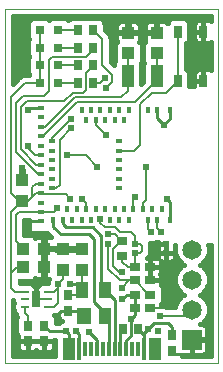
<source format=gtl>
G75*
%MOIN*%
%OFA0B0*%
%FSLAX25Y25*%
%IPPOS*%
%LPD*%
%AMOC8*
5,1,8,0,0,1.08239X$1,22.5*
%
%ADD10C,0.00000*%
%ADD11R,0.04252X0.04134*%
%ADD12R,0.04134X0.04252*%
%ADD13R,0.02913X0.03642*%
%ADD14R,0.03642X0.02913*%
%ADD15R,0.04331X0.07480*%
%ADD16R,0.01181X0.07480*%
%ADD17R,0.01181X0.05118*%
%ADD18R,0.06500X0.06500*%
%ADD19C,0.06500*%
%ADD20R,0.03937X0.05669*%
%ADD21R,0.04724X0.05669*%
%ADD22R,0.03150X0.03150*%
%ADD23R,0.03543X0.02756*%
%ADD24R,0.02756X0.03543*%
%ADD25R,0.02559X0.04134*%
%ADD26R,0.02165X0.02165*%
%ADD27R,0.01575X0.02362*%
%ADD28R,0.02362X0.01575*%
%ADD29R,0.02559X0.00984*%
%ADD30R,0.03150X0.05512*%
%ADD31C,0.01600*%
%ADD32C,0.02400*%
%ADD33C,0.01000*%
%ADD34C,0.00800*%
%ADD35C,0.00600*%
D10*
X0029754Y0037982D02*
X0029754Y0156093D01*
X0100620Y0156093D01*
X0100620Y0037982D01*
X0029754Y0037982D01*
D11*
X0049046Y0069183D03*
X0049046Y0076073D03*
X0055345Y0076073D03*
X0055345Y0069183D03*
X0035266Y0092018D03*
X0035266Y0098907D03*
X0070699Y0141230D03*
X0070699Y0148120D03*
X0080148Y0148120D03*
X0080148Y0141230D03*
D12*
X0042648Y0076171D03*
X0042648Y0069872D03*
X0035758Y0069872D03*
X0035758Y0076171D03*
D13*
X0050620Y0060620D03*
X0050620Y0055502D03*
X0042746Y0050384D03*
X0042746Y0045266D03*
X0037235Y0045266D03*
X0037235Y0050384D03*
X0085266Y0047234D03*
X0085266Y0042116D03*
D14*
X0077983Y0056486D03*
X0077983Y0060817D03*
X0077983Y0065541D03*
X0077983Y0069872D03*
X0072864Y0069872D03*
X0072864Y0065541D03*
X0072864Y0060817D03*
X0072864Y0056486D03*
D15*
X0079518Y0042785D03*
X0050857Y0042785D03*
X0070502Y0133652D03*
X0080345Y0133652D03*
D16*
X0076014Y0042785D03*
X0054361Y0042785D03*
D17*
X0056329Y0042785D03*
X0058298Y0042785D03*
X0060266Y0042785D03*
X0062235Y0042785D03*
X0064203Y0042785D03*
X0066172Y0042785D03*
X0068140Y0042785D03*
X0070109Y0042785D03*
X0072077Y0042785D03*
X0074046Y0042785D03*
D18*
X0091959Y0045856D03*
D19*
X0091959Y0055856D03*
X0091959Y0065856D03*
X0091959Y0075856D03*
D20*
X0062825Y0062392D03*
X0055345Y0062392D03*
X0062825Y0053730D03*
D21*
X0056132Y0053730D03*
D22*
X0047471Y0131289D03*
X0047471Y0137195D03*
X0047471Y0143100D03*
X0047471Y0149006D03*
X0041172Y0149006D03*
X0041172Y0143100D03*
X0041172Y0137195D03*
X0041172Y0131289D03*
D23*
X0068731Y0078730D03*
X0068731Y0073612D03*
D24*
X0068927Y0049400D03*
X0074046Y0049400D03*
X0059085Y0131289D03*
X0053967Y0131289D03*
X0053967Y0137195D03*
X0059085Y0137195D03*
X0059085Y0143100D03*
X0053967Y0143100D03*
X0053967Y0149006D03*
X0059085Y0149006D03*
D25*
X0087333Y0148514D03*
X0095798Y0148514D03*
X0095798Y0132175D03*
X0087333Y0132175D03*
D26*
X0083396Y0077648D03*
X0083396Y0074695D03*
X0072963Y0074695D03*
X0072963Y0077648D03*
D27*
X0070896Y0085817D03*
X0067746Y0085817D03*
X0064597Y0085817D03*
X0066172Y0089360D03*
X0069321Y0089360D03*
X0072471Y0089360D03*
X0075620Y0089360D03*
X0077195Y0085817D03*
X0080345Y0085817D03*
X0081920Y0089360D03*
X0078770Y0089360D03*
X0084675Y0085817D03*
X0063022Y0089360D03*
X0059872Y0089360D03*
X0056723Y0089360D03*
X0058298Y0085817D03*
X0055148Y0085817D03*
X0051998Y0085817D03*
X0048849Y0085817D03*
X0045699Y0085817D03*
X0050423Y0089360D03*
X0053573Y0089360D03*
X0056723Y0118888D03*
X0059872Y0118888D03*
X0063022Y0118888D03*
X0066172Y0118888D03*
X0069321Y0118888D03*
X0067746Y0122431D03*
X0064597Y0122431D03*
X0061447Y0122431D03*
X0058298Y0122431D03*
X0055148Y0122431D03*
X0070896Y0122431D03*
X0077195Y0122431D03*
X0080345Y0122431D03*
X0084675Y0122431D03*
D28*
X0067746Y0111998D03*
X0067746Y0108848D03*
X0067746Y0105699D03*
X0067746Y0102549D03*
X0067746Y0099400D03*
X0067746Y0096250D03*
X0045305Y0096250D03*
X0045305Y0099400D03*
X0045305Y0102549D03*
X0045305Y0105699D03*
X0045305Y0108848D03*
X0045305Y0111998D03*
X0041762Y0110423D03*
X0041762Y0107274D03*
X0041762Y0104124D03*
X0041762Y0100974D03*
X0041762Y0097825D03*
X0041762Y0094675D03*
X0041762Y0091526D03*
X0041762Y0088376D03*
X0041762Y0085226D03*
X0041762Y0113573D03*
X0041762Y0116722D03*
X0041762Y0119872D03*
X0041762Y0123022D03*
D29*
X0043829Y0061801D03*
X0043829Y0059242D03*
X0043829Y0056683D03*
X0036152Y0056683D03*
X0036152Y0059242D03*
X0036152Y0061801D03*
D30*
X0039990Y0059242D03*
D31*
X0039990Y0063798D01*
X0039321Y0063798D01*
X0038791Y0064328D01*
X0037909Y0064693D01*
X0034523Y0064693D01*
X0034523Y0065346D01*
X0038302Y0065346D01*
X0039185Y0065711D01*
X0039668Y0066195D01*
X0039886Y0066069D01*
X0040344Y0065946D01*
X0042414Y0065946D01*
X0042414Y0069638D01*
X0042881Y0069638D01*
X0042881Y0065946D01*
X0044231Y0065946D01*
X0043871Y0065076D01*
X0043871Y0064693D01*
X0042072Y0064693D01*
X0041190Y0064328D01*
X0040660Y0063798D01*
X0039990Y0063798D01*
X0039990Y0059242D01*
X0039990Y0059242D01*
X0039990Y0060361D02*
X0039990Y0060361D01*
X0039990Y0061960D02*
X0039990Y0061960D01*
X0039990Y0063558D02*
X0039990Y0063558D01*
X0042414Y0066755D02*
X0042881Y0066755D01*
X0042881Y0068354D02*
X0042414Y0068354D01*
X0042414Y0070106D02*
X0042414Y0075938D01*
X0042881Y0075938D01*
X0042881Y0073798D01*
X0042881Y0070106D01*
X0042414Y0070106D01*
X0042414Y0071551D02*
X0042881Y0071551D01*
X0042881Y0073150D02*
X0042414Y0073150D01*
X0042414Y0074748D02*
X0042881Y0074748D01*
X0042881Y0075938D02*
X0042881Y0076405D01*
X0042414Y0076405D01*
X0042414Y0080097D01*
X0040344Y0080097D01*
X0039886Y0079975D01*
X0039668Y0079849D01*
X0039185Y0080332D01*
X0038302Y0080697D01*
X0036098Y0080697D01*
X0036098Y0085576D01*
X0037628Y0085576D01*
X0037628Y0081289D01*
X0043763Y0081289D01*
X0044056Y0080996D01*
X0044957Y0080096D01*
X0044952Y0080097D01*
X0042881Y0080097D01*
X0042881Y0076405D01*
X0045120Y0076405D01*
X0045120Y0076306D01*
X0048812Y0076306D01*
X0048812Y0075839D01*
X0046515Y0075839D01*
X0046515Y0075938D01*
X0042881Y0075938D01*
X0042881Y0076347D02*
X0045120Y0076347D01*
X0042881Y0077945D02*
X0042414Y0077945D01*
X0042414Y0079544D02*
X0042881Y0079544D01*
X0043910Y0081142D02*
X0036098Y0081142D01*
X0036098Y0082741D02*
X0037628Y0082741D01*
X0037628Y0084339D02*
X0036098Y0084339D01*
X0035499Y0099141D02*
X0035499Y0102293D01*
X0035033Y0102760D01*
X0035033Y0099141D01*
X0035499Y0099141D01*
X0035499Y0100324D02*
X0035033Y0100324D01*
X0035033Y0101923D02*
X0035499Y0101923D01*
X0049279Y0076306D02*
X0055111Y0076306D01*
X0055111Y0075839D01*
X0051419Y0075839D01*
X0049279Y0075839D01*
X0049279Y0076306D01*
X0043904Y0065157D02*
X0034523Y0065157D01*
X0032154Y0059163D02*
X0032472Y0059031D01*
X0032472Y0058273D01*
X0032601Y0057963D01*
X0032472Y0057653D01*
X0032472Y0055714D01*
X0032838Y0054831D01*
X0033352Y0054317D01*
X0033352Y0054256D01*
X0033691Y0053438D01*
X0033378Y0052682D01*
X0033378Y0048086D01*
X0033743Y0047203D01*
X0033978Y0046969D01*
X0033978Y0045266D01*
X0037234Y0045266D01*
X0037234Y0045266D01*
X0033978Y0045266D01*
X0033978Y0043208D01*
X0034100Y0042750D01*
X0034337Y0042340D01*
X0034673Y0042005D01*
X0035083Y0041768D01*
X0035541Y0041645D01*
X0037234Y0041645D01*
X0037234Y0045266D01*
X0037235Y0045266D01*
X0042746Y0045266D01*
X0042746Y0045266D01*
X0040491Y0045266D01*
X0037235Y0045266D01*
X0037235Y0045266D01*
X0037235Y0041645D01*
X0038928Y0041645D01*
X0039386Y0041768D01*
X0039796Y0042005D01*
X0039990Y0042199D01*
X0040184Y0042005D01*
X0040595Y0041768D01*
X0041053Y0041645D01*
X0042746Y0041645D01*
X0042746Y0045266D01*
X0042746Y0045266D01*
X0046003Y0045266D01*
X0046003Y0045712D01*
X0046291Y0045712D01*
X0046291Y0040382D01*
X0032154Y0040382D01*
X0032154Y0059163D01*
X0032154Y0058763D02*
X0032472Y0058763D01*
X0032472Y0057164D02*
X0032154Y0057164D01*
X0032154Y0055566D02*
X0032533Y0055566D01*
X0032154Y0053967D02*
X0033471Y0053967D01*
X0033378Y0052369D02*
X0032154Y0052369D01*
X0032154Y0050770D02*
X0033378Y0050770D01*
X0033378Y0049172D02*
X0032154Y0049172D01*
X0032154Y0047573D02*
X0033590Y0047573D01*
X0033978Y0045975D02*
X0032154Y0045975D01*
X0032154Y0044376D02*
X0033978Y0044376D01*
X0034093Y0042778D02*
X0032154Y0042778D01*
X0032154Y0041179D02*
X0046291Y0041179D01*
X0045308Y0042005D02*
X0045643Y0042340D01*
X0045880Y0042750D01*
X0046003Y0043208D01*
X0046003Y0045266D01*
X0042746Y0045266D01*
X0042746Y0045266D01*
X0042746Y0041645D01*
X0044440Y0041645D01*
X0044898Y0041768D01*
X0045308Y0042005D01*
X0045888Y0042778D02*
X0046291Y0042778D01*
X0046291Y0044376D02*
X0046003Y0044376D01*
X0042746Y0044376D02*
X0042746Y0044376D01*
X0042746Y0042778D02*
X0042746Y0042778D01*
X0037235Y0042778D02*
X0037234Y0042778D01*
X0037234Y0044376D02*
X0037235Y0044376D01*
X0046603Y0052682D02*
X0046238Y0053564D01*
X0045919Y0053883D01*
X0046650Y0053883D01*
X0047364Y0054179D01*
X0047364Y0053444D01*
X0047486Y0052986D01*
X0047723Y0052576D01*
X0048058Y0052241D01*
X0048469Y0052004D01*
X0048557Y0051980D01*
X0047794Y0051664D01*
X0047642Y0051512D01*
X0046603Y0051512D01*
X0046603Y0052682D01*
X0046603Y0052369D02*
X0047930Y0052369D01*
X0047364Y0053967D02*
X0046853Y0053967D01*
X0076987Y0073129D02*
X0077023Y0073165D01*
X0077712Y0073854D01*
X0078123Y0074847D01*
X0078123Y0077496D01*
X0077880Y0078083D01*
X0078895Y0078083D01*
X0079951Y0078520D01*
X0080513Y0078287D01*
X0080513Y0077648D01*
X0082904Y0077648D01*
X0082904Y0077648D01*
X0080513Y0077648D01*
X0080513Y0076328D01*
X0080555Y0076171D01*
X0080513Y0076015D01*
X0080513Y0074695D01*
X0083396Y0074695D01*
X0083396Y0074695D01*
X0083396Y0077352D01*
X0083396Y0077352D01*
X0083396Y0074695D01*
X0086279Y0074695D01*
X0086279Y0076015D01*
X0086237Y0076171D01*
X0086279Y0076328D01*
X0086279Y0077352D01*
X0086463Y0077352D01*
X0086309Y0076980D01*
X0086309Y0074732D01*
X0087169Y0072656D01*
X0088758Y0071066D01*
X0089266Y0070856D01*
X0088758Y0070646D01*
X0087169Y0069057D01*
X0086309Y0066980D01*
X0086309Y0064732D01*
X0087169Y0062656D01*
X0088758Y0061066D01*
X0089266Y0060856D01*
X0088758Y0060646D01*
X0087169Y0059057D01*
X0086309Y0056980D01*
X0086309Y0056530D01*
X0083620Y0056530D01*
X0083368Y0056782D01*
X0082045Y0057330D01*
X0081603Y0057330D01*
X0081603Y0057766D01*
X0081838Y0058001D01*
X0082203Y0058883D01*
X0082203Y0062751D01*
X0081838Y0063633D01*
X0081603Y0063868D01*
X0081603Y0065541D01*
X0077983Y0065541D01*
X0077983Y0065541D01*
X0081603Y0065541D01*
X0081603Y0067235D01*
X0081481Y0067693D01*
X0081473Y0067707D01*
X0081481Y0067721D01*
X0081603Y0068178D01*
X0081603Y0069872D01*
X0081603Y0071566D01*
X0081484Y0072013D01*
X0081618Y0071935D01*
X0082076Y0071812D01*
X0083396Y0071812D01*
X0084716Y0071812D01*
X0085173Y0071935D01*
X0085584Y0072172D01*
X0085919Y0072507D01*
X0086156Y0072917D01*
X0086279Y0073375D01*
X0086279Y0074695D01*
X0083396Y0074695D01*
X0083396Y0074695D01*
X0083396Y0074695D01*
X0083396Y0071812D01*
X0083396Y0074695D01*
X0083396Y0074695D01*
X0080513Y0074695D01*
X0080513Y0073375D01*
X0080633Y0072928D01*
X0080498Y0073006D01*
X0080040Y0073129D01*
X0077983Y0073129D01*
X0077983Y0069872D01*
X0077983Y0069872D01*
X0081603Y0069872D01*
X0077983Y0069872D01*
X0077983Y0065541D01*
X0077982Y0065541D01*
X0077982Y0068798D01*
X0077982Y0069872D01*
X0077983Y0069872D01*
X0077982Y0069872D01*
X0077982Y0073129D01*
X0076987Y0073129D01*
X0077008Y0073150D02*
X0080574Y0073150D01*
X0080513Y0074748D02*
X0078083Y0074748D01*
X0078123Y0076347D02*
X0080513Y0076347D01*
X0080513Y0077945D02*
X0077937Y0077945D01*
X0077023Y0073165D02*
X0077023Y0073165D01*
X0077982Y0071551D02*
X0077983Y0071551D01*
X0077982Y0069953D02*
X0077983Y0069953D01*
X0077982Y0068354D02*
X0077983Y0068354D01*
X0077982Y0066755D02*
X0077983Y0066755D01*
X0081603Y0066755D02*
X0086309Y0066755D01*
X0086309Y0065157D02*
X0081603Y0065157D01*
X0081869Y0063558D02*
X0086795Y0063558D01*
X0087865Y0061960D02*
X0082203Y0061960D01*
X0082203Y0060361D02*
X0088474Y0060361D01*
X0087047Y0058763D02*
X0082154Y0058763D01*
X0082446Y0057164D02*
X0086385Y0057164D01*
X0094652Y0060856D02*
X0095159Y0061066D01*
X0096749Y0062656D01*
X0097609Y0064732D01*
X0097609Y0066980D01*
X0096749Y0069057D01*
X0095159Y0070646D01*
X0094652Y0070856D01*
X0095159Y0071066D01*
X0096749Y0072656D01*
X0097609Y0074732D01*
X0097609Y0076980D01*
X0097455Y0077352D01*
X0098220Y0077352D01*
X0098220Y0040382D01*
X0088523Y0040382D01*
X0088523Y0040806D01*
X0091884Y0040806D01*
X0091884Y0045781D01*
X0092034Y0045781D01*
X0092034Y0040806D01*
X0095446Y0040806D01*
X0095904Y0040929D01*
X0096314Y0041166D01*
X0096649Y0041501D01*
X0096886Y0041912D01*
X0097009Y0042369D01*
X0097009Y0045781D01*
X0092034Y0045781D01*
X0092034Y0045931D01*
X0097009Y0045931D01*
X0097009Y0049343D01*
X0096886Y0049801D01*
X0096649Y0050212D01*
X0096314Y0050547D01*
X0095904Y0050784D01*
X0095446Y0050906D01*
X0094773Y0050906D01*
X0095159Y0051066D01*
X0096749Y0052656D01*
X0097609Y0054732D01*
X0097609Y0056980D01*
X0096749Y0059057D01*
X0095159Y0060646D01*
X0094652Y0060856D01*
X0095444Y0060361D02*
X0098220Y0060361D01*
X0098220Y0058763D02*
X0096870Y0058763D01*
X0097533Y0057164D02*
X0098220Y0057164D01*
X0098220Y0055566D02*
X0097609Y0055566D01*
X0097292Y0053967D02*
X0098220Y0053967D01*
X0098220Y0052369D02*
X0096462Y0052369D01*
X0095927Y0050770D02*
X0098220Y0050770D01*
X0098220Y0049172D02*
X0097009Y0049172D01*
X0097009Y0047573D02*
X0098220Y0047573D01*
X0098220Y0045975D02*
X0097009Y0045975D01*
X0097009Y0044376D02*
X0098220Y0044376D01*
X0098220Y0042778D02*
X0097009Y0042778D01*
X0096328Y0041179D02*
X0098220Y0041179D01*
X0092034Y0041179D02*
X0091884Y0041179D01*
X0091884Y0042778D02*
X0092034Y0042778D01*
X0092034Y0044376D02*
X0091884Y0044376D01*
X0096053Y0061960D02*
X0098220Y0061960D01*
X0098220Y0063558D02*
X0097123Y0063558D01*
X0097609Y0065157D02*
X0098220Y0065157D01*
X0098220Y0066755D02*
X0097609Y0066755D01*
X0097040Y0068354D02*
X0098220Y0068354D01*
X0098220Y0069953D02*
X0095853Y0069953D01*
X0095644Y0071551D02*
X0098220Y0071551D01*
X0098220Y0073150D02*
X0096953Y0073150D01*
X0097609Y0074748D02*
X0098220Y0074748D01*
X0098220Y0076347D02*
X0097609Y0076347D01*
X0088274Y0071551D02*
X0081603Y0071551D01*
X0081603Y0069953D02*
X0088065Y0069953D01*
X0086878Y0068354D02*
X0081603Y0068354D01*
X0083396Y0073150D02*
X0083396Y0073150D01*
X0083396Y0074748D02*
X0083396Y0074748D01*
X0083396Y0076347D02*
X0083396Y0076347D01*
X0086279Y0076347D02*
X0086309Y0076347D01*
X0086279Y0074748D02*
X0086309Y0074748D01*
X0086218Y0073150D02*
X0086965Y0073150D01*
X0091012Y0130502D02*
X0091012Y0134720D01*
X0090647Y0135602D01*
X0090133Y0136116D01*
X0090133Y0144573D01*
X0090647Y0145087D01*
X0091012Y0145969D01*
X0091012Y0151058D01*
X0090647Y0151940D01*
X0089972Y0152615D01*
X0089090Y0152981D01*
X0085576Y0152981D01*
X0084694Y0152615D01*
X0084019Y0151940D01*
X0083735Y0151256D01*
X0083714Y0151292D01*
X0083379Y0151627D01*
X0082969Y0151864D01*
X0082511Y0151987D01*
X0080381Y0151987D01*
X0080381Y0148354D01*
X0079914Y0148354D01*
X0079914Y0151987D01*
X0077785Y0151987D01*
X0077327Y0151864D01*
X0076917Y0151627D01*
X0076582Y0151292D01*
X0076345Y0150882D01*
X0076222Y0150424D01*
X0076222Y0148354D01*
X0079914Y0148354D01*
X0079914Y0147887D01*
X0076222Y0147887D01*
X0076222Y0145816D01*
X0076345Y0145358D01*
X0076471Y0145140D01*
X0075987Y0144657D01*
X0075622Y0143775D01*
X0075622Y0138686D01*
X0075870Y0138087D01*
X0075779Y0137869D01*
X0075779Y0131668D01*
X0075068Y0130956D01*
X0075068Y0137869D01*
X0074977Y0138087D01*
X0075225Y0138686D01*
X0075225Y0143775D01*
X0074860Y0144657D01*
X0074376Y0145140D01*
X0074502Y0145358D01*
X0074625Y0145816D01*
X0074625Y0147887D01*
X0070933Y0147887D01*
X0070933Y0148354D01*
X0070466Y0148354D01*
X0070466Y0151987D01*
X0068336Y0151987D01*
X0067878Y0151864D01*
X0067468Y0151627D01*
X0067133Y0151292D01*
X0066896Y0150882D01*
X0066773Y0150424D01*
X0066773Y0148354D01*
X0070466Y0148354D01*
X0070466Y0147887D01*
X0066773Y0147887D01*
X0066773Y0145816D01*
X0066896Y0145358D01*
X0067022Y0145140D01*
X0066538Y0144657D01*
X0066173Y0143775D01*
X0066173Y0138686D01*
X0066224Y0138563D01*
X0065937Y0137869D01*
X0065937Y0137255D01*
X0064838Y0138355D01*
X0064838Y0146610D01*
X0064411Y0147639D01*
X0062863Y0149188D01*
X0062863Y0151255D01*
X0062497Y0152137D01*
X0061822Y0152812D01*
X0060940Y0153178D01*
X0057230Y0153178D01*
X0056526Y0152886D01*
X0055822Y0153178D01*
X0052111Y0153178D01*
X0051229Y0152812D01*
X0050719Y0152302D01*
X0050405Y0152615D01*
X0049523Y0152981D01*
X0045419Y0152981D01*
X0044536Y0152615D01*
X0044321Y0152400D01*
X0044106Y0152615D01*
X0043224Y0152981D01*
X0039119Y0152981D01*
X0038237Y0152615D01*
X0037562Y0151940D01*
X0037197Y0151058D01*
X0037197Y0146954D01*
X0037562Y0146072D01*
X0037581Y0146053D01*
X0037562Y0146035D01*
X0037197Y0145153D01*
X0037197Y0141048D01*
X0037562Y0140166D01*
X0037581Y0140148D01*
X0037562Y0140129D01*
X0037197Y0139247D01*
X0037197Y0135143D01*
X0037562Y0134261D01*
X0037581Y0134242D01*
X0037562Y0134224D01*
X0037506Y0134089D01*
X0035890Y0134089D01*
X0034861Y0133663D01*
X0034073Y0132875D01*
X0032154Y0130956D01*
X0032154Y0153693D01*
X0098220Y0153693D01*
X0098220Y0151983D01*
X0098182Y0152021D01*
X0097772Y0152258D01*
X0097314Y0152381D01*
X0095798Y0152381D01*
X0095798Y0148514D01*
X0095797Y0148514D01*
X0095797Y0148514D01*
X0092718Y0148514D01*
X0092718Y0150818D01*
X0092841Y0151275D01*
X0093078Y0151686D01*
X0093413Y0152021D01*
X0093823Y0152258D01*
X0094281Y0152381D01*
X0095797Y0152381D01*
X0095797Y0148514D01*
X0092718Y0148514D01*
X0092718Y0146210D01*
X0092841Y0145752D01*
X0093078Y0145342D01*
X0093413Y0145006D01*
X0093823Y0144770D01*
X0094281Y0144647D01*
X0095797Y0144647D01*
X0095797Y0148514D01*
X0095798Y0148514D01*
X0095798Y0144647D01*
X0097314Y0144647D01*
X0097772Y0144770D01*
X0098182Y0145006D01*
X0098220Y0145045D01*
X0098220Y0135644D01*
X0098182Y0135682D01*
X0097772Y0135919D01*
X0097314Y0136042D01*
X0095798Y0136042D01*
X0095798Y0132175D01*
X0095797Y0132175D01*
X0092718Y0132175D01*
X0092718Y0130502D01*
X0091012Y0130502D01*
X0091012Y0130696D02*
X0092718Y0130696D01*
X0092718Y0132175D02*
X0095797Y0132175D01*
X0095797Y0132175D01*
X0095797Y0136042D01*
X0094281Y0136042D01*
X0093823Y0135919D01*
X0093413Y0135682D01*
X0093078Y0135347D01*
X0092841Y0134937D01*
X0092718Y0134479D01*
X0092718Y0132175D01*
X0092718Y0132294D02*
X0091012Y0132294D01*
X0091012Y0133893D02*
X0092718Y0133893D01*
X0093222Y0135491D02*
X0090693Y0135491D01*
X0090133Y0137090D02*
X0098220Y0137090D01*
X0098220Y0138688D02*
X0090133Y0138688D01*
X0090133Y0140287D02*
X0098220Y0140287D01*
X0098220Y0141886D02*
X0090133Y0141886D01*
X0090133Y0143484D02*
X0098220Y0143484D01*
X0095798Y0145083D02*
X0095797Y0145083D01*
X0095797Y0146681D02*
X0095798Y0146681D01*
X0095797Y0148280D02*
X0095798Y0148280D01*
X0095797Y0149878D02*
X0095798Y0149878D01*
X0095797Y0151477D02*
X0095798Y0151477D01*
X0092957Y0151477D02*
X0090839Y0151477D01*
X0091012Y0149878D02*
X0092718Y0149878D01*
X0092718Y0148280D02*
X0091012Y0148280D01*
X0091012Y0146681D02*
X0092718Y0146681D01*
X0093337Y0145083D02*
X0090642Y0145083D01*
X0083827Y0151477D02*
X0083530Y0151477D01*
X0080381Y0151477D02*
X0079914Y0151477D01*
X0079914Y0149878D02*
X0080381Y0149878D01*
X0079914Y0148280D02*
X0070933Y0148280D01*
X0070933Y0148354D02*
X0074625Y0148354D01*
X0074625Y0150424D01*
X0074502Y0150882D01*
X0074265Y0151292D01*
X0073930Y0151627D01*
X0073520Y0151864D01*
X0073062Y0151987D01*
X0070933Y0151987D01*
X0070933Y0148354D01*
X0070466Y0148280D02*
X0063771Y0148280D01*
X0062863Y0149878D02*
X0066773Y0149878D01*
X0067317Y0151477D02*
X0062771Y0151477D01*
X0061188Y0153075D02*
X0098220Y0153075D01*
X0095797Y0135491D02*
X0095798Y0135491D01*
X0095797Y0133893D02*
X0095798Y0133893D01*
X0095797Y0132294D02*
X0095798Y0132294D01*
X0075779Y0132294D02*
X0075068Y0132294D01*
X0075068Y0133893D02*
X0075779Y0133893D01*
X0075779Y0135491D02*
X0075068Y0135491D01*
X0075068Y0137090D02*
X0075779Y0137090D01*
X0075622Y0138688D02*
X0075225Y0138688D01*
X0075225Y0140287D02*
X0075622Y0140287D01*
X0075622Y0141886D02*
X0075225Y0141886D01*
X0075225Y0143484D02*
X0075622Y0143484D01*
X0076413Y0145083D02*
X0074434Y0145083D01*
X0074625Y0146681D02*
X0076222Y0146681D01*
X0076222Y0149878D02*
X0074625Y0149878D01*
X0074081Y0151477D02*
X0076766Y0151477D01*
X0070933Y0151477D02*
X0070466Y0151477D01*
X0070466Y0149878D02*
X0070933Y0149878D01*
X0066773Y0146681D02*
X0064808Y0146681D01*
X0064838Y0145083D02*
X0066964Y0145083D01*
X0066173Y0143484D02*
X0064838Y0143484D01*
X0064838Y0141886D02*
X0066173Y0141886D01*
X0066173Y0140287D02*
X0064838Y0140287D01*
X0064838Y0138688D02*
X0066173Y0138688D01*
X0056982Y0153075D02*
X0056069Y0153075D01*
X0051864Y0153075D02*
X0032154Y0153075D01*
X0032154Y0151477D02*
X0037370Y0151477D01*
X0037197Y0149878D02*
X0032154Y0149878D01*
X0032154Y0148280D02*
X0037197Y0148280D01*
X0037310Y0146681D02*
X0032154Y0146681D01*
X0032154Y0145083D02*
X0037197Y0145083D01*
X0037197Y0143484D02*
X0032154Y0143484D01*
X0032154Y0141886D02*
X0037197Y0141886D01*
X0037512Y0140287D02*
X0032154Y0140287D01*
X0032154Y0138688D02*
X0037197Y0138688D01*
X0037197Y0137090D02*
X0032154Y0137090D01*
X0032154Y0135491D02*
X0037197Y0135491D01*
X0035416Y0133893D02*
X0032154Y0133893D01*
X0032154Y0132294D02*
X0033492Y0132294D01*
D32*
X0037235Y0122234D03*
X0037235Y0110423D03*
X0035266Y0102943D03*
X0047077Y0089557D03*
X0051408Y0092707D03*
X0055345Y0092707D03*
X0061250Y0086014D03*
X0064006Y0080896D03*
X0064006Y0077746D03*
X0068731Y0068297D03*
X0068731Y0063179D03*
X0068731Y0059242D03*
X0071486Y0052549D03*
X0077392Y0049400D03*
X0080542Y0048612D03*
X0081329Y0053730D03*
X0088416Y0060817D03*
X0097471Y0060817D03*
X0097471Y0050974D03*
X0097471Y0041132D03*
X0097471Y0071053D03*
X0081723Y0081683D03*
X0078179Y0081683D03*
X0083691Y0092707D03*
X0076605Y0103337D03*
X0073061Y0093494D03*
X0060463Y0103337D03*
X0063219Y0113967D03*
X0051801Y0116329D03*
X0051801Y0119478D03*
X0050227Y0107274D03*
X0063219Y0129715D03*
X0062825Y0132864D03*
X0065187Y0152943D03*
X0049046Y0152943D03*
X0032904Y0152943D03*
X0081329Y0152943D03*
X0093534Y0140344D03*
X0097471Y0152943D03*
X0082510Y0117510D03*
X0043927Y0080502D03*
X0036841Y0084833D03*
X0034872Y0065148D03*
X0043534Y0065148D03*
X0047471Y0064360D03*
X0051408Y0064360D03*
X0047471Y0052156D03*
X0049833Y0048612D03*
X0053376Y0048612D03*
X0057707Y0048219D03*
X0045502Y0041132D03*
X0039203Y0041132D03*
X0032904Y0041132D03*
X0032904Y0053730D03*
D33*
X0042746Y0050384D02*
X0044518Y0048612D01*
X0049833Y0048612D01*
X0050857Y0047589D01*
X0050857Y0042785D01*
X0054361Y0042785D02*
X0054361Y0047628D01*
X0053376Y0048612D01*
X0057707Y0048219D02*
X0060266Y0045659D01*
X0060266Y0042785D01*
X0064203Y0042785D02*
X0064203Y0052352D01*
X0062825Y0053730D01*
X0061644Y0054911D01*
X0061644Y0056093D01*
X0059282Y0058455D01*
X0059282Y0079321D01*
X0057707Y0080896D01*
X0048258Y0080896D01*
X0045699Y0083455D01*
X0045699Y0085817D01*
X0048849Y0085817D02*
X0048849Y0084242D01*
X0049833Y0083258D01*
X0058888Y0083258D01*
X0061644Y0080502D01*
X0061644Y0063573D01*
X0062825Y0062392D01*
X0066172Y0059045D01*
X0066172Y0042785D01*
X0068140Y0042785D02*
X0068140Y0049006D01*
X0068927Y0049400D01*
X0071486Y0047037D02*
X0070109Y0045659D01*
X0070109Y0042785D01*
X0071486Y0047037D02*
X0071486Y0052549D01*
X0072864Y0053927D01*
X0072864Y0056486D01*
X0072864Y0060817D01*
X0070305Y0060817D01*
X0068731Y0059242D01*
X0062825Y0062391D02*
X0062763Y0062381D01*
X0062700Y0062375D01*
X0062637Y0062372D01*
X0062574Y0062373D01*
X0062511Y0062379D01*
X0062449Y0062388D01*
X0062387Y0062401D01*
X0062326Y0062418D01*
X0062267Y0062439D01*
X0062209Y0062464D01*
X0062152Y0062492D01*
X0062098Y0062524D01*
X0062045Y0062559D01*
X0061995Y0062597D01*
X0061947Y0062638D01*
X0061902Y0062682D01*
X0061860Y0062729D01*
X0061821Y0062779D01*
X0061785Y0062831D01*
X0061753Y0062885D01*
X0061723Y0062940D01*
X0061698Y0062998D01*
X0061676Y0063057D01*
X0061658Y0063118D01*
X0061643Y0063179D01*
X0055345Y0062392D02*
X0053573Y0060620D01*
X0055345Y0062392D02*
X0053376Y0064360D01*
X0051408Y0064360D01*
X0050620Y0055502D02*
X0048455Y0055502D01*
X0047471Y0054518D01*
X0047471Y0052156D01*
X0050620Y0055502D02*
X0054361Y0055502D01*
X0056132Y0053730D01*
X0074046Y0049400D02*
X0076014Y0047431D01*
X0076014Y0048022D01*
X0077392Y0049400D01*
X0079361Y0051368D01*
X0084085Y0051368D01*
X0085266Y0050187D01*
X0085266Y0047234D01*
X0085266Y0042116D02*
X0086250Y0041132D01*
X0097471Y0041132D01*
X0097077Y0040738D01*
X0076014Y0042785D02*
X0076014Y0047431D01*
X0084675Y0085817D02*
X0084675Y0091722D01*
X0083691Y0092707D01*
X0082510Y0117510D02*
X0084675Y0119675D01*
X0084675Y0122431D01*
X0080345Y0122431D02*
X0080345Y0119675D01*
X0082510Y0117510D01*
X0042353Y0113573D02*
X0041762Y0113573D01*
X0041762Y0123022D02*
X0038022Y0123022D01*
X0037235Y0122234D01*
X0037235Y0085226D02*
X0036841Y0084833D01*
X0037235Y0085226D02*
X0041762Y0085226D01*
D34*
X0041762Y0088376D02*
X0034479Y0088376D01*
X0033298Y0087195D01*
X0033298Y0078632D01*
X0035758Y0076171D01*
X0035758Y0069872D02*
X0033691Y0069872D01*
X0031723Y0067904D01*
X0031723Y0088474D01*
X0035266Y0092018D01*
X0034380Y0092018D01*
X0031723Y0094675D01*
X0031723Y0126565D01*
X0036447Y0131289D01*
X0041172Y0131289D01*
X0041172Y0137195D01*
X0041172Y0143100D01*
X0041172Y0149006D01*
X0047471Y0149006D02*
X0053967Y0149006D01*
X0059085Y0149006D02*
X0062038Y0146053D01*
X0062038Y0137195D01*
X0065187Y0134045D01*
X0065187Y0131683D01*
X0063219Y0129715D01*
X0061250Y0131289D02*
X0062825Y0132864D01*
X0061250Y0131289D02*
X0059085Y0131289D01*
X0056526Y0128927D02*
X0055738Y0128140D01*
X0052195Y0128140D01*
X0049439Y0125384D01*
X0036841Y0125384D01*
X0034872Y0123415D01*
X0034872Y0109242D01*
X0039990Y0104124D01*
X0041762Y0104124D01*
X0041762Y0100974D02*
X0040778Y0100974D01*
X0033298Y0108455D01*
X0033298Y0124596D01*
X0035660Y0126959D01*
X0042746Y0126959D01*
X0044321Y0128533D01*
X0044321Y0139163D01*
X0045305Y0140148D01*
X0056723Y0140148D01*
X0059085Y0142510D01*
X0059085Y0143100D01*
X0053967Y0143100D02*
X0047471Y0143100D01*
X0047471Y0137195D02*
X0053967Y0137195D01*
X0056526Y0134636D02*
X0059085Y0137195D01*
X0056526Y0134636D02*
X0056526Y0128927D01*
X0053967Y0131289D02*
X0047471Y0131289D01*
X0052983Y0126565D02*
X0068337Y0126565D01*
X0070502Y0128730D01*
X0070502Y0133652D01*
X0070699Y0133848D01*
X0070699Y0141230D01*
X0080148Y0141230D02*
X0080148Y0133848D01*
X0080345Y0133652D01*
X0080345Y0132274D01*
X0073061Y0124990D01*
X0053770Y0124990D01*
X0042353Y0113573D01*
X0045305Y0112982D02*
X0051801Y0119478D01*
X0051801Y0116329D02*
X0047864Y0112392D01*
X0047864Y0097431D01*
X0046683Y0096250D01*
X0045305Y0096250D01*
X0042156Y0094281D02*
X0049833Y0094281D01*
X0051408Y0092707D01*
X0055345Y0092707D02*
X0056723Y0091329D01*
X0056723Y0089360D01*
X0061250Y0086014D02*
X0061250Y0084833D01*
X0062825Y0083258D01*
X0066368Y0083258D01*
X0067943Y0081683D01*
X0071486Y0081683D01*
X0072963Y0080207D01*
X0072963Y0077648D01*
X0068731Y0078730D02*
X0068337Y0078730D01*
X0066172Y0080896D01*
X0064006Y0080896D01*
X0064006Y0077746D02*
X0064006Y0069478D01*
X0067943Y0065541D01*
X0071093Y0065541D01*
X0072864Y0065541D01*
X0073061Y0065541D01*
X0077786Y0060817D01*
X0077983Y0060817D01*
X0077983Y0056486D02*
X0084479Y0056486D01*
X0088416Y0060817D01*
X0091959Y0055856D02*
X0089833Y0053730D01*
X0081329Y0053730D01*
X0071093Y0065541D02*
X0068731Y0063179D01*
X0068731Y0068297D02*
X0067549Y0068297D01*
X0065581Y0070266D01*
X0065581Y0075974D01*
X0068337Y0078730D01*
X0077195Y0082667D02*
X0078179Y0081683D01*
X0077195Y0082667D02*
X0077195Y0085817D01*
X0080345Y0085817D02*
X0080345Y0083061D01*
X0081723Y0081683D01*
X0075620Y0089360D02*
X0075620Y0091329D01*
X0076605Y0092313D01*
X0076605Y0103337D01*
X0072668Y0108848D02*
X0074636Y0110817D01*
X0074636Y0124203D01*
X0078573Y0128140D01*
X0083298Y0128140D01*
X0087333Y0132175D01*
X0087333Y0148514D01*
X0059872Y0118888D02*
X0059872Y0117313D01*
X0063219Y0113967D01*
X0067746Y0108848D02*
X0072668Y0108848D01*
X0060463Y0103337D02*
X0056526Y0107274D01*
X0050227Y0107274D01*
X0045305Y0111998D02*
X0045305Y0112982D01*
X0043140Y0116722D02*
X0041762Y0116722D01*
X0043140Y0116722D02*
X0052983Y0126565D01*
X0041762Y0107274D02*
X0039597Y0107274D01*
X0037235Y0109636D01*
X0037235Y0110423D01*
X0039990Y0097825D02*
X0038809Y0096644D01*
X0038809Y0093494D01*
X0039990Y0094675D01*
X0041762Y0094675D01*
X0042156Y0094281D01*
X0038809Y0093494D02*
X0037235Y0091919D01*
X0035364Y0091919D01*
X0035266Y0092018D01*
X0041762Y0088376D02*
X0045896Y0088376D01*
X0047077Y0089557D01*
X0041762Y0097825D02*
X0039990Y0097825D01*
X0049046Y0069183D02*
X0049046Y0065935D01*
X0047471Y0064360D01*
X0047471Y0058061D01*
X0046093Y0056683D01*
X0043829Y0056683D01*
X0043829Y0061801D02*
X0046093Y0061801D01*
X0047471Y0063179D01*
X0047471Y0064360D01*
X0050620Y0060620D02*
X0053573Y0060620D01*
X0055345Y0062392D02*
X0055345Y0069183D01*
X0072471Y0089360D02*
X0072471Y0092904D01*
X0073061Y0093494D01*
X0036152Y0054813D02*
X0037235Y0053730D01*
X0037235Y0050384D01*
X0036152Y0054813D02*
X0036152Y0056683D01*
X0036152Y0061801D02*
X0033101Y0061801D01*
X0031723Y0063179D01*
X0031723Y0067904D01*
D35*
X0039990Y0059242D02*
X0043829Y0059242D01*
X0068731Y0071841D02*
X0068731Y0073612D01*
X0068731Y0071841D02*
X0070699Y0069872D01*
X0072864Y0069872D01*
X0072963Y0069970D01*
X0072963Y0074695D01*
X0074735Y0074695D01*
X0075423Y0075384D01*
X0075423Y0076959D01*
X0074735Y0077648D01*
X0072963Y0077648D01*
X0042371Y0107282D02*
X0042337Y0107284D01*
X0042304Y0107290D01*
X0042272Y0107299D01*
X0042241Y0107312D01*
X0042211Y0107328D01*
X0042184Y0107347D01*
X0042159Y0107370D01*
X0042136Y0107395D01*
X0042117Y0107422D01*
X0042101Y0107452D01*
X0042088Y0107483D01*
X0042079Y0107515D01*
X0042073Y0107548D01*
X0042071Y0107582D01*
X0042071Y0107583D02*
X0042039Y0107581D01*
X0042007Y0107576D01*
X0041976Y0107568D01*
X0041945Y0107556D01*
X0041917Y0107542D01*
X0041889Y0107524D01*
X0041864Y0107504D01*
X0041841Y0107481D01*
X0041821Y0107456D01*
X0041803Y0107429D01*
X0041789Y0107400D01*
X0041777Y0107369D01*
X0041769Y0107338D01*
X0041764Y0107306D01*
X0041762Y0107274D01*
M02*

</source>
